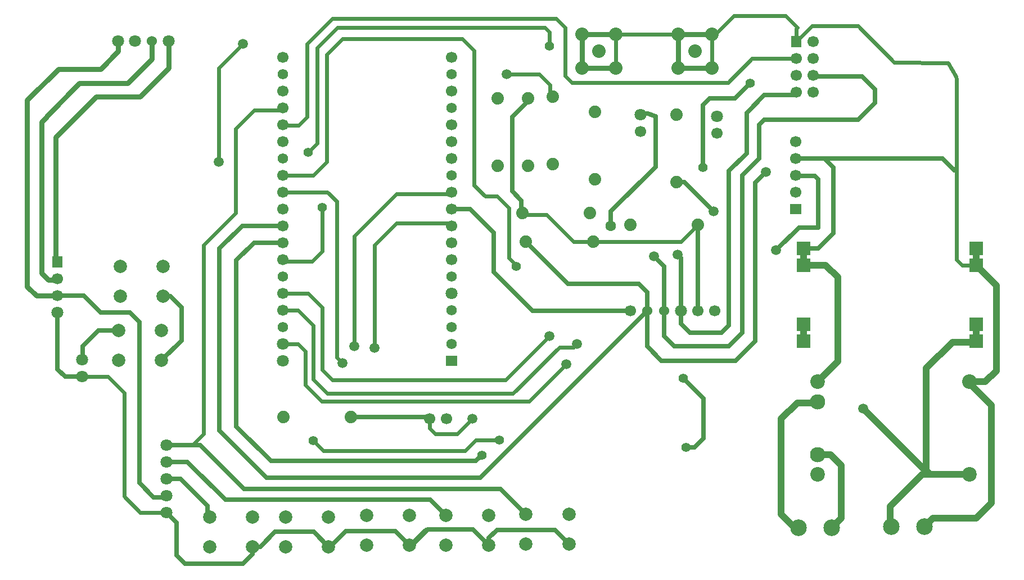
<source format=gbl>
G04 Layer: BottomLayer*
G04 EasyEDA v6.5.47, 2024-09-19 05:09:15*
G04 e78f94bf6dc54b698cf268439f808c62,20cc673dbd184c8ca6733993ffc9aab1,10*
G04 Gerber Generator version 0.2*
G04 Scale: 100 percent, Rotated: No, Reflected: No *
G04 Dimensions in millimeters *
G04 leading zeros omitted , absolute positions ,4 integer and 5 decimal *
%FSLAX45Y45*%
%MOMM*%

%ADD10C,0.7000*%
%ADD11C,0.6000*%
%ADD12C,0.8000*%
%ADD13C,1.0000*%
%ADD14R,1.7000X1.5080*%
%ADD15C,1.7000*%
%ADD16C,2.5000*%
%ADD17C,2.0320*%
%ADD18C,2.0000*%
%ADD19C,1.8000*%
%ADD20C,1.5240*%
%ADD21C,2.2000*%
%ADD22C,2.3000*%
%ADD23R,1.5748X1.8000*%
%ADD24C,1.5748*%
%ADD25R,1.8000X1.5748*%
%ADD26R,1.6000X1.7000*%
%ADD27R,2.0000X2.0000*%
%ADD28C,1.8796*%
%ADD29C,1.5000*%
%ADD30C,1.4000*%
%ADD31C,1.6000*%
%ADD32C,0.0144*%

%LPD*%
D10*
X10236200Y4953000D02*
G01*
X8763000Y4953000D01*
X8178800Y5537200D01*
X8178800Y6134100D01*
X7823200Y6489700D01*
X7543800Y6489700D01*
X10998200Y4953000D02*
G01*
X10998200Y5753100D01*
X10947400Y5803900D01*
X10744200Y4953000D02*
G01*
X10744200Y5626100D01*
X10591800Y5778500D01*
X10490200Y4953000D02*
G01*
X10490200Y5232400D01*
X10363200Y5359400D01*
X9296400Y5359400D01*
X8661400Y5994400D01*
X11328400Y7112000D02*
G01*
X11328400Y8051800D01*
X11430000Y8153400D01*
X11811000Y8153400D01*
X12039600Y8382000D01*
X8699500Y8153400D02*
G01*
X8699500Y8115300D01*
X8458200Y7874000D01*
X8458200Y6756400D01*
X8597900Y6616700D01*
X8597900Y6438900D01*
X8610600Y6426200D01*
X11074400Y2895600D02*
G01*
X11201400Y2895600D01*
X11341100Y3035300D01*
X11341100Y3632200D01*
X11036300Y3937000D01*
X5003800Y5981700D02*
G01*
X4572000Y5981700D01*
X4305300Y5715000D01*
X4305300Y3213100D01*
X4826000Y2692400D01*
X7912100Y2692400D01*
X8001000Y2781300D01*
D11*
X5600700Y6515100D02*
G01*
X5600700Y5854700D01*
X5448300Y5702300D01*
X5029200Y5702300D01*
X5003800Y5727700D01*
X9017000Y8940800D02*
G01*
X9017000Y9156700D01*
X8953500Y9220200D01*
X5829300Y9220200D01*
X5524500Y8915400D01*
X5524500Y7480300D01*
X5384800Y7340600D01*
X8267700Y3009900D02*
G01*
X7912100Y3009900D01*
X7747000Y2844800D01*
X5613400Y2844800D01*
X5461000Y2997200D01*
X8521700Y5626100D02*
G01*
X8521700Y5638800D01*
X8407400Y5753100D01*
X8407400Y6502400D01*
X8229600Y6680200D01*
X8051800Y6680200D01*
X7886700Y6845300D01*
X7886700Y8877300D01*
X7708900Y9055100D01*
X5905500Y9055100D01*
X5664200Y8813800D01*
X5664200Y7200900D01*
X5461000Y6997700D01*
X5003800Y6997700D01*
X4038600Y7200900D02*
G01*
X4038600Y8610600D01*
X4406900Y8978900D01*
D12*
X10020300Y9118600D02*
G01*
X9512300Y9118600D01*
X10020300Y8610600D02*
G01*
X9512300Y8610600D01*
X9512300Y9118600D02*
G01*
X9512300Y8610600D01*
X10960100Y8610600D02*
G01*
X11468100Y8610600D01*
X10960100Y9118600D02*
G01*
X10960100Y8610600D01*
X10960100Y9118600D02*
G01*
X11468100Y9118600D01*
D13*
X13055600Y3586200D02*
G01*
X13038099Y3568700D01*
X12750800Y3568700D01*
X12509500Y3327400D01*
X12509500Y1892300D01*
X12712700Y1689100D01*
X12767056Y1689100D01*
X13267943Y1689100D02*
G01*
X13411200Y1832355D01*
X13411200Y2628900D01*
X13250900Y2789199D01*
X13055600Y2789199D01*
X13055600Y3886200D02*
G01*
X13360400Y4191000D01*
X13360400Y5461000D01*
X13179399Y5642000D01*
X12846405Y5642000D01*
X12846405Y5896000D02*
G01*
X12846405Y5642000D01*
X12846405Y4750003D02*
G01*
X12846405Y4496003D01*
X15446400Y4496003D02*
G01*
X15433497Y4483100D01*
X15087600Y4483100D01*
X14693900Y4089400D01*
X14693900Y2552700D01*
X14737676Y2508923D01*
X14737676Y2489200D01*
X15446400Y4750003D02*
G01*
X15446400Y4496003D01*
X15446400Y5896000D02*
G01*
X15446400Y5642000D01*
X15341600Y3886200D02*
G01*
X15582900Y3886200D01*
X15748000Y4051300D01*
X15748000Y5340400D01*
X15446400Y5642000D01*
X15341600Y2489200D02*
G01*
X14630400Y2489200D01*
X14147800Y2006600D01*
X14147800Y1718055D01*
X14164056Y1701800D01*
X15341600Y3886200D02*
G01*
X15341600Y3860800D01*
X15671800Y3530600D01*
X15671800Y2057400D01*
X15443200Y1828800D01*
X14791943Y1828800D01*
X14664943Y1701800D01*
D10*
X8110093Y1426006D02*
G01*
X8110093Y1531493D01*
X8229600Y1651000D01*
X9104299Y1651000D01*
X9316593Y1438706D01*
X6916293Y1426006D02*
G01*
X6950506Y1426006D01*
X7188200Y1663700D01*
X7872399Y1663700D01*
X8110093Y1426006D01*
X5697093Y1400606D02*
G01*
X5718606Y1400606D01*
X5956300Y1638300D01*
X6703999Y1638300D01*
X6916293Y1426006D01*
X4554093Y1400606D02*
G01*
X4664506Y1400606D01*
X4889500Y1625600D01*
X5472099Y1625600D01*
X5697093Y1400606D01*
X2532506Y4657293D02*
G01*
X2231593Y4657293D01*
X1993900Y4419600D01*
X1993900Y4229100D01*
X1981200Y4216400D01*
X1612900Y5181600D02*
G01*
X2006600Y5181600D01*
X2260600Y4927600D01*
X2705100Y4927600D01*
X2844800Y4787900D01*
X2844800Y2362200D01*
X3060700Y2146300D01*
X3227374Y2146300D01*
X3253104Y2172030D01*
X1981200Y3962400D02*
G01*
X1727200Y3962400D01*
X1612900Y4076700D01*
X1612900Y4927600D01*
X4554090Y1400609D02*
G01*
X4554090Y1290190D01*
X4406900Y1143000D01*
X3530600Y1143000D01*
X3403600Y1270000D01*
X3403600Y1767535D01*
X3253104Y1918030D01*
X3253104Y2426030D02*
G01*
X3466769Y2426030D01*
X3873500Y2019300D01*
X3873500Y1881200D01*
X3904109Y1850590D01*
X3207893Y5172506D02*
G01*
X3311093Y5172506D01*
X3479800Y5003800D01*
X3479800Y4504613D01*
X3182493Y4207306D01*
X6032500Y3352800D02*
G01*
X7188200Y3352800D01*
X7213600Y3327400D01*
X11252200Y4953000D02*
G01*
X11252200Y6248400D01*
X10998200Y4953000D02*
G01*
X10998200Y4762500D01*
X11137900Y4622800D01*
X11607800Y4622800D01*
X11722100Y4737100D01*
X11722100Y7061200D01*
X11988800Y7327900D01*
X11988800Y7937500D01*
X12255500Y8204200D01*
X12694310Y8204200D01*
X12737007Y8246897D01*
X10744200Y4953000D02*
G01*
X10744200Y4572000D01*
X10896600Y4419600D01*
X11722100Y4419600D01*
X11925300Y4622800D01*
X11925300Y6997700D01*
X12179300Y7251700D01*
X12179300Y7759700D01*
X12255500Y7835900D01*
X13665200Y7835900D01*
X13919200Y8089900D01*
X13919200Y8293100D01*
X13728700Y8483600D01*
X13008305Y8483600D01*
X12991007Y8500897D01*
X10490200Y4953000D02*
G01*
X10490200Y4419600D01*
X10706100Y4203700D01*
X11823700Y4203700D01*
X12115800Y4495800D01*
X12115800Y6883400D01*
X12128500Y6896100D02*
G01*
X12280900Y7048500D01*
D11*
X9677400Y5994400D02*
G01*
X9385300Y5994400D01*
X8978900Y6400800D01*
X8636000Y6400800D01*
X8610600Y6426200D01*
X5003800Y4457700D02*
G01*
X5232400Y4457700D01*
X5346700Y4343400D01*
X5346700Y3835400D01*
X5588000Y3594100D01*
X8712200Y3594100D01*
X9271000Y4152900D01*
X5003800Y4965700D02*
G01*
X5232400Y4965700D01*
X5461000Y4737100D01*
X5461000Y3924300D01*
X5676900Y3708400D01*
X8470900Y3708400D01*
X9169400Y4406900D01*
X9385300Y4406900D01*
X9436100Y4457700D01*
X5003800Y5219700D02*
G01*
X5384800Y5219700D01*
X5600700Y5003800D01*
X5600700Y4064000D01*
X5753100Y3911600D01*
X8356600Y3911600D01*
X9017000Y4572000D01*
X3253104Y1918030D02*
G01*
X2857169Y1918030D01*
X2616200Y2159000D01*
X2616200Y3721100D01*
X2374900Y3962400D01*
X1981200Y3962400D01*
X5003800Y6743700D02*
G01*
X5676900Y6743700D01*
X5816600Y6604000D01*
X5816600Y4254500D01*
X5905500Y4165600D01*
X6083300Y4419600D02*
G01*
X6083300Y6083300D01*
X6718300Y6718300D01*
X7518400Y6718300D01*
X7543800Y6743700D01*
X6388100Y4394200D02*
G01*
X6388100Y5943600D01*
X6718300Y6273800D01*
X7505700Y6273800D01*
X7543800Y6235700D01*
X6916293Y1426006D02*
G01*
X7153986Y1663700D01*
X7766192Y1663700D01*
X3253104Y2934030D02*
G01*
X3645230Y2934030D01*
X3810000Y3098800D01*
X3810000Y5943600D01*
X4292600Y6426200D01*
X4292600Y7696200D01*
X4572000Y7975600D01*
X4965700Y7975600D01*
X5003800Y8013700D01*
X10020300Y9118600D02*
G01*
X10020300Y8610600D01*
X10960100Y9118600D02*
G01*
X10020300Y9118600D01*
X11468100Y9118600D02*
G01*
X11468100Y8610600D01*
X11468100Y9118600D02*
G01*
X11518900Y9118600D01*
X11798300Y9398000D01*
X12573000Y9398000D01*
X12750800Y9220200D01*
X12737007Y9206407D01*
X12737007Y9008897D01*
X12737007Y8754897D02*
G01*
X12069597Y8754897D01*
X11709400Y8394700D01*
X9359900Y8394700D01*
X9258300Y8496300D01*
X9258300Y9220200D01*
X9118600Y9359900D01*
X5753100Y9359900D01*
X5372100Y8978900D01*
X5372100Y7874000D01*
X5245100Y7747000D01*
X5016500Y7747000D01*
X5003800Y7759700D01*
X8377908Y8521700D02*
G01*
X8864600Y8521700D01*
X9029700Y8356600D01*
X9029700Y8216900D01*
X9067800Y8178800D01*
X7213600Y3327400D02*
G01*
X7213600Y3187700D01*
X7302500Y3098800D01*
X7632700Y3098800D01*
X7861300Y3327400D01*
X12737084Y9008871D02*
G01*
X12973811Y9245600D01*
X13665200Y9245600D01*
X14211300Y8699500D01*
X15024100Y8686800D01*
X15138400Y8483600D01*
X15151100Y8445500D01*
X15151100Y5727700D01*
X15236697Y5642102D01*
X15446502Y5642102D01*
D10*
X3253104Y2680030D02*
G01*
X3568369Y2680030D01*
X4140200Y2108200D01*
X7227826Y2108200D01*
X7460234Y1876046D01*
X3253104Y2934030D02*
G01*
X3758869Y2934030D01*
X4419600Y2273300D01*
X8281926Y2273300D01*
X8666734Y1888746D01*
X10490200Y4953000D02*
G01*
X7975600Y2438400D01*
X4762500Y2438400D01*
X4051300Y3149600D01*
X4051300Y5892800D01*
X4394200Y6235700D01*
X5003800Y6235700D01*
D11*
X9677400Y5994400D02*
G01*
X10998200Y5994400D01*
X11252200Y6248400D01*
D10*
X12846405Y5896000D02*
G01*
X13071500Y5896000D01*
X13296900Y6121400D01*
X13296900Y7112000D01*
X13157200Y7251700D01*
X12725400Y7251700D01*
X12725400Y7251700D02*
G01*
X14935200Y7251700D01*
X15113000Y7073900D01*
X15113000Y7086600D01*
X10934700Y6896100D02*
G01*
X11049000Y6896100D01*
X11493500Y6451600D01*
X12433300Y5867400D02*
G01*
X12776200Y6210300D01*
X13068300Y6210300D01*
X13068300Y6934200D01*
X13017500Y6985000D01*
X12738100Y6985000D01*
X12725400Y6997700D01*
X9944100Y6235700D02*
G01*
X9944100Y6451600D01*
X10617200Y7124700D01*
X10617200Y7886700D01*
X10502900Y7924800D01*
X10388600Y7912100D01*
D13*
X15201630Y2489200D02*
G01*
X14732000Y2489200D01*
X13741400Y3479800D01*
D12*
X1612900Y5181600D02*
G01*
X1295400Y5181600D01*
X1155700Y5321300D01*
X1155700Y8128000D01*
X1625600Y8597900D01*
X2260600Y8597900D01*
X2527300Y8864600D01*
X2528315Y9018270D01*
X3036188Y9018193D02*
G01*
X3036188Y8751188D01*
X2667000Y8382000D01*
X1943100Y8382000D01*
X1447800Y7886700D01*
X1447800Y7874000D01*
X1371600Y7797800D01*
X1371600Y5524500D01*
X1473200Y5422900D01*
X1600200Y5422900D01*
X1612900Y5435600D01*
X3290315Y9018270D02*
G01*
X3290315Y8611362D01*
X2857500Y8178800D01*
X2197100Y8178800D01*
X1587500Y7569200D01*
X1587500Y5689600D01*
X1612900Y5689600D01*
D14*
G01*
X12725400Y6489700D03*
D15*
G01*
X12725400Y6743700D03*
G01*
X12725400Y6997700D03*
G01*
X12725400Y7251700D03*
G01*
X12725400Y7505700D03*
D16*
G01*
X14664943Y1701800D03*
G01*
X14164056Y1701800D03*
D17*
G01*
X11214100Y8864600D03*
G01*
X10960100Y9118600D03*
G01*
X10960100Y8610600D03*
G01*
X11468100Y8610600D03*
G01*
X11468100Y9118600D03*
G01*
X9766300Y8864600D03*
G01*
X9512300Y9118600D03*
G01*
X9512300Y8610600D03*
G01*
X10020300Y8610600D03*
G01*
X10020300Y9118600D03*
D18*
G01*
X3904106Y1400606D03*
G01*
X4554093Y1400606D03*
G01*
X4554093Y1850593D03*
G01*
X3904106Y1850593D03*
G01*
X5047106Y1400606D03*
G01*
X5697093Y1400606D03*
G01*
X5697093Y1850593D03*
G01*
X5047106Y1850593D03*
G01*
X6266306Y1426006D03*
G01*
X6916293Y1426006D03*
G01*
X6916293Y1875993D03*
G01*
X6266306Y1875993D03*
G01*
X7460106Y1426006D03*
G01*
X8110093Y1426006D03*
G01*
X8110093Y1875993D03*
G01*
X7460106Y1875993D03*
G01*
X8666606Y1438706D03*
G01*
X9316593Y1438706D03*
G01*
X9316593Y1888693D03*
G01*
X8666606Y1888693D03*
D19*
G01*
X3290188Y9018193D03*
D20*
G01*
X3036188Y9018193D03*
D19*
G01*
X2782188Y9018193D03*
G01*
X2528188Y9018193D03*
D21*
G01*
X15341600Y2489200D03*
G01*
X15341600Y3886200D03*
G01*
X13055600Y2489200D03*
G01*
X13055600Y3886200D03*
D22*
G01*
X13055600Y2789199D03*
G01*
X13055600Y3586200D03*
D18*
G01*
X2557906Y5172506D03*
G01*
X3207893Y5172506D03*
G01*
X3207893Y5622493D03*
G01*
X2557906Y5622493D03*
D23*
G01*
X1612900Y5689600D03*
D15*
G01*
X1612900Y5435600D03*
G01*
X1612900Y5181600D03*
D19*
G01*
X1612900Y4927600D03*
D18*
G01*
X2532506Y4207306D03*
G01*
X3182493Y4207306D03*
G01*
X3182493Y4657293D03*
G01*
X2532506Y4657293D03*
D15*
G01*
X7543800Y8775700D03*
D24*
G01*
X7543800Y8521700D03*
G01*
X7543800Y8013700D03*
D15*
G01*
X7543800Y8267700D03*
G01*
X7543800Y7251700D03*
D24*
G01*
X7543800Y6997700D03*
D15*
G01*
X7543800Y7505700D03*
G01*
X7543800Y7759700D03*
G01*
X7543800Y5727700D03*
D24*
G01*
X7543800Y5473700D03*
G01*
X7543800Y4965700D03*
D19*
G01*
X7543800Y5219700D03*
D15*
G01*
X7543800Y6235700D03*
G01*
X7543800Y5981700D03*
G01*
X7543800Y6489700D03*
G01*
X7543800Y6743700D03*
D24*
G01*
X7543800Y4711700D03*
G01*
X7543800Y4457700D03*
D25*
G01*
X7543800Y4203700D03*
D19*
G01*
X5003800Y4203700D03*
G01*
X5003800Y4457700D03*
D24*
G01*
X5003800Y4711700D03*
D15*
G01*
X5003800Y6743700D03*
G01*
X5003800Y6489700D03*
G01*
X5003800Y5981700D03*
G01*
X5003800Y6235700D03*
G01*
X5003800Y5219700D03*
G01*
X5003800Y4965700D03*
D24*
G01*
X5003800Y5473700D03*
D15*
G01*
X5003800Y5727700D03*
G01*
X5003800Y7759700D03*
G01*
X5003800Y7505700D03*
G01*
X5003800Y6997700D03*
D24*
G01*
X5003800Y7251700D03*
D15*
G01*
X5003800Y8267700D03*
G01*
X5003800Y8013700D03*
D24*
G01*
X5003800Y8521700D03*
D15*
G01*
X5003800Y8775700D03*
G01*
X11506200Y4953000D03*
G01*
X11252200Y4953000D03*
D19*
G01*
X10998200Y4953000D03*
D20*
G01*
X10744200Y4953000D03*
G01*
X10490200Y4953000D03*
D15*
G01*
X10236200Y4953000D03*
G01*
X12991007Y8246897D03*
G01*
X12737007Y8246897D03*
G01*
X12991007Y8500897D03*
G01*
X12737007Y8500897D03*
G01*
X12991007Y8754897D03*
G01*
X12737007Y8754897D03*
G01*
X12991007Y9008897D03*
D26*
G01*
X12737007Y9008897D03*
D19*
G01*
X3253104Y2934030D03*
G01*
X3253104Y2680030D03*
G01*
X3253104Y2426030D03*
G01*
X3253104Y2172030D03*
G01*
X3253104Y1918030D03*
D16*
G01*
X13267943Y1689100D03*
G01*
X12767056Y1689100D03*
D27*
G01*
X12846405Y5642000D03*
G01*
X12846405Y5896000D03*
G01*
X12846405Y4496003D03*
G01*
X12846405Y4750003D03*
G01*
X15446400Y4496003D03*
G01*
X15446400Y4750003D03*
G01*
X15446400Y5642000D03*
G01*
X15446400Y5896000D03*
D15*
G01*
X7467600Y3327400D03*
G01*
X7213600Y3327400D03*
G01*
X11544300Y7632700D03*
D19*
G01*
X11544300Y7886700D03*
D15*
G01*
X10388600Y7658100D03*
D19*
G01*
X10388600Y7912100D03*
D28*
G01*
X10236200Y6248400D03*
G01*
X11252200Y6248400D03*
G01*
X10934700Y6896100D03*
G01*
X10934700Y7912100D03*
G01*
X9702800Y6934200D03*
G01*
X9702800Y7950200D03*
G01*
X9067800Y8178800D03*
G01*
X9067800Y7162800D03*
G01*
X8242300Y7137400D03*
G01*
X8242300Y8153400D03*
G01*
X5016500Y3352800D03*
G01*
X6032500Y3352800D03*
G01*
X9626600Y6426200D03*
G01*
X8610600Y6426200D03*
G01*
X8661400Y5994400D03*
G01*
X9677400Y5994400D03*
G01*
X8699500Y7137400D03*
G01*
X8699500Y8153400D03*
D19*
G01*
X1981200Y3962400D03*
G01*
X1981200Y4216400D03*
D29*
G01*
X12280900Y7048500D03*
G01*
X9271000Y4152900D03*
G01*
X9436100Y4457700D03*
G01*
X9017000Y4572000D03*
G01*
X5905500Y4165600D03*
G01*
X6083300Y4419600D03*
G01*
X6388100Y4394200D03*
G01*
X13741400Y3479800D03*
G01*
X8377910Y8521700D03*
G01*
X7861300Y3327400D03*
G01*
X4038600Y7200900D03*
G01*
X4406900Y8978900D03*
D30*
G01*
X8521700Y5626100D03*
G01*
X8267700Y3009900D03*
G01*
X5461000Y2997200D03*
G01*
X9017000Y8940800D03*
G01*
X5384800Y7340600D03*
G01*
X5600700Y6515100D03*
G01*
X8001000Y2781300D03*
G01*
X11074400Y2895600D03*
G01*
X11036300Y3937000D03*
G01*
X11328400Y7112000D03*
G01*
X12039600Y8382000D03*
D29*
G01*
X10591800Y5778500D03*
G01*
X10947400Y5803900D03*
G01*
X11493500Y6451600D03*
G01*
X12433300Y5867400D03*
D31*
G01*
X9944100Y6235700D03*
M02*

</source>
